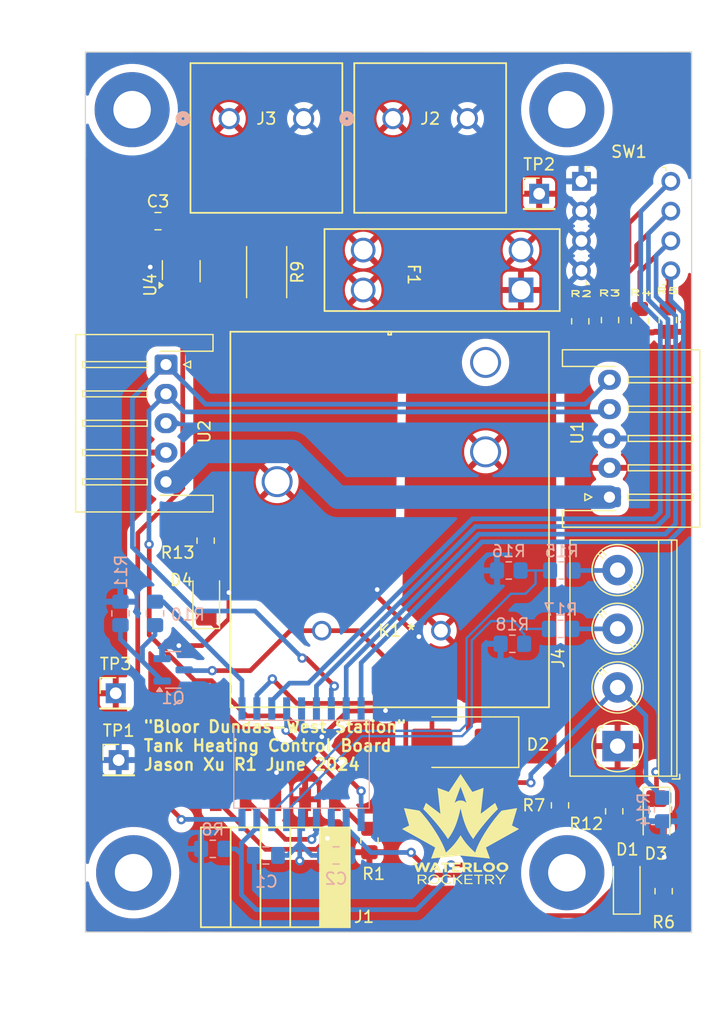
<source format=kicad_pcb>
(kicad_pcb (version 20240108) (generator "pcbnew") (generator_version "8.0")
  (title_block (title "RLCS Relay Board") (date "2023-01-19") (company "Waterloo Rocketry Team"))
  (layers (0 "F.Cu" signal) (31 "B.Cu" signal) (34 "B.Paste" user) (35 "F.Paste" user) (36 "B.SilkS" user "B.Silkscreen") (37 "F.SilkS" user "F.Silkscreen") (38 "B.Mask" user) (39 "F.Mask" user) (44 "Edge.Cuts" user))
  (net 0 "")
  (net 1 "GND")
  (net 2 "+5V")
  (net 3 "Net-(D1-K)")
  (net 4 "Net-(D1-A)")
  (net 5 "+24V")
  (net 6 "Net-(D2-A)")
  (net 7 "Net-(D3-A)")
  (net 8 "Net-(D4-A)")
  (net 9 "Net-(J2-Pin_1)")
  (net 10 "/ICSPCLK")
  (net 11 "/ICSPDAT")
  (net 12 "/~{MCLR}")
  (net 13 "Net-(J3-Pin_1)")
  (net 14 "/HEATER_VSENSE_N")
  (net 15 "/HEATER_VSENSE_P")
  (net 16 "/THERMISTOR")
  (net 17 "/PWR_OUT")
  (net 18 "Net-(Q1-G)")
  (net 19 "/DIP_1")
  (net 20 "/DIP_2")
  (net 21 "/DIP_3")
  (net 22 "/DIP_4")
  (net 23 "/24VSENSE")
  (net 24 "/PWR_CTRL")
  (net 25 "/SDA")
  (net 26 "/SCL")
  (net 27 "Net-(U1-Pad1)")
  (net 28 "/CURR_SENSE")
  (net 29 "Net-(J4-Pin_4)")
  (net 30 "Net-(J4-Pin_3)")
  (footprint "MountingHole:MountingHole_3.2mm_M3_Pad" (layer "F.Cu") (at 171.069 138.938)
    (property "Reference" "REF**" (hide yes))
    (property "Value" "MountingHole_3.2mm_M3_Pad")
  )
  (footprint "Resistor_SMD:R_0805_2012Metric_Pad1.20x1.40mm_HandSolder" (layer "F.Cu") (at 140.2588 110.6424 -90)
    (property "Reference" "R13")
    (property "Value" "2.2K")
  )
  (footprint "Resistor_SMD:R_2512_6332Metric_Pad1.40x3.35mm_HandSolder" (layer "F.Cu") (at 145.462 87.757 -90)
    (property "Reference" "R9")
    (property "Value" "0.001 1%")
  )
  (footprint "Resistor_SMD:R_0805_2012Metric_Pad1.20x1.40mm_HandSolder" (layer "F.Cu") (at 172.212 91.948 90)
    (property "Reference" "R2")
    (property "Value" "10k")
  )
  (footprint "custom:3557-10_KEY" (layer "F.Cu") (at 167.1574 89.281 180)
    (property "Reference" "F1")
    (property "Value" "30A")
  )
  (footprint "Package_TO_SOT_SMD:SOT-23-5_HandSoldering" (layer "F.Cu") (at 138.176 87.6808 90)
    (property "Reference" "U4")
    (property "Value" "INA180A1")
  )
  (footprint "LED_SMD:LED_1206_3216Metric_Pad1.42x1.75mm_HandSolder" (layer "F.Cu") (at 176.1744 140.0048 90)
    (property "Reference" "D1")
    (property "Value" "BLUE 3.2V 10mA")
  )
  (footprint "MountingHole:MountingHole_3.2mm_M3_Pad" (layer "F.Cu") (at 133.985 73.914)
    (property "Reference" "REF**" (hide yes))
    (property "Value" "MountingHole_3.2mm_M3_Pad")
  )
  (footprint "LED_SMD:LED_1206_3216Metric_Pad1.42x1.75mm_HandSolder" (layer "F.Cu") (at 140.3096 115.6716 90)
    (property "Reference" "D4")
    (property "Value" "GREEN")
  )
  (footprint "custom:DIP_SWITCH_4X2" (layer "F.Cu") (at 172.3136 80.02)
    (property "Reference" "SW1")
    (property "Value" "SW_DIP_x04")
  )
  (footprint "MountingHole:MountingHole_3.2mm_M3_Pad" (layer "F.Cu") (at 134.112 138.938)
    (property "Reference" "REF**" (hide yes))
    (property "Value" "MountingHole_3.2mm_M3_Pad")
  )
  (footprint "Resistor_SMD:R_0805_2012Metric_Pad1.20x1.40mm_HandSolder" (layer "F.Cu") (at 174.752 91.8464 90)
    (property "Reference" "R3")
    (property "Value" "10k")
  )
  (footprint "Resistor_SMD:R_0805_2012Metric_Pad1.20x1.40mm_HandSolder" (layer "F.Cu") (at 154.2288 136.1948 90)
    (property "Reference" "R1")
    (property "Value" "10K")
  )
  (footprint "Connector_JST:JST_XH_S5B-XH-A-1_1x05_P2.50mm_Horizontal" (layer "F.Cu") (at 136.8764 95.6348 -90)
    (property "Reference" "U2")
    (property "Value" "JST I2C Connector")
  )
  (footprint "Connector_JST:JST_XH_S5B-XH-A-1_1x05_P2.50mm_Horizontal" (layer "F.Cu") (at 174.7012 106.934 90)
    (property "Reference" "U1")
    (property "Value" "JST I2C Connector")
  )
  (footprint "LED_SMD:LED_1206_3216Metric_Pad1.42x1.75mm_HandSolder" (layer "F.Cu") (at 178.7144 134.112 -90)
    (property "Reference" "D3")
    (property "Value" "RED")
  )
  (footprint "custom:rocketry_logo_small" (layer "F.Cu") (at 162.0012 135.2296)
    (property "Reference" "G***" (hide yes))
    (property "Value" "LOGO" (hide yes))
  )
  (footprint "custom:Socket_Strip_Straight_1x01_Pitch2.54mm" (layer "F.Cu") (at 168.7068 81.0768)
    (property "Reference" "TP2")
    (property "Value" "TEST_1P")
  )
  (footprint "MountingHole:MountingHole_3.2mm_M3_Pad" (layer "F.Cu") (at 171.069 73.914)
    (property "Reference" "REF**" (hide yes))
    (property "Value" "MountingHole_3.2mm_M3_Pad")
  )
  (footprint "custom:Socket_Strip_Straight_1x01_Pitch2.54mm" (layer "F.Cu") (at 132.842 129.3368)
    (property "Reference" "TP1")
    (property "Value" "TEST_1P")
  )
  (footprint "Resistor_SMD:R_0805_2012Metric_Pad1.20x1.40mm_HandSolder" (layer "F.Cu") (at 179.324 140.5128 90)
    (property "Reference" "R6")
    (property "Value" "180")
  )
  (footprint "Resistor_SMD:R_0805_2012Metric_Pad1.20x1.40mm_HandSolder" (layer "F.Cu") (at 179.6796 91.8464 90)
    (property "Reference" "R5")
    (property "Value" "10k")
  )
  (footprint "Diode_SMD:D_SMB_Handsoldering" (layer "F.Cu") (at 162.2552 127.8128 180)
    (property "Reference" "D2")
    (property "Value" "STPS2L25U")
  )
  (footprint "Resistor_SMD:R_0805_2012Metric_Pad1.20x1.40mm_HandSolder" (layer "F.Cu") (at 170.4848 133.1976 -90)
    (property "Reference" "R7")
    (property "Value" "60.4K 1%")
  )
  (footprint "custom:CONN_1714955_PXC" (layer "F.Cu") (at 142.2654 74.677001)
    (property "Reference" "J3")
    (property "Value" "Power OUT to heater")
  )
  (footprint "custom:Socket_Strip_Straight_1x01_Pitch2.54mm" (layer "F.Cu") (at 132.588 123.6472)
    (property "Reference" "TP3")
    (property "Value" "TEST_1P")
  )
  (footprint "TerminalBlock_Phoenix:TerminalBlock_Phoenix_PT-1,5-4-5.0-H_1x04_P5.00mm_Horizontal" (layer "F.Cu") (at 175.395 128.15 90)
    (property "Reference" "J4")
    (property "Value" "Vsense and Thermistor")
  )
  (footprint "Resistor_SMD:R_0805_2012Metric_Pad1.20x1.40mm_HandSolder" (layer "F.Cu") (at 177.292 91.8972 90)
    (property "Reference" "R4")
    (property "Value" "10k")
  )
  (footprint "custom:CONN_1714955_PXC" (layer "F.Cu") (at 156.2354 74.677001)
    (property "Reference" "J2")
    (property "Value" "Power IN from battery")
  )
  (footprint "Capacitor_SMD:C_0805_2012Metric_Pad1.18x1.45mm_HandSolder" (layer "F.Cu") (at 136.1948 83.4136)
    (property "Reference" "C3")
    (property "Value" "0.1uF")
  )
  (footprint "custom:AZ2150_AMZ" (layer "F.Cu") (at 160.3248 118.3132)
    (property "Reference" "K1")
    (property "Value" "AZ2150-1AE-24DEF")
  )
  (footprint "Resistor_SMD:R_0805_2012Metric_Pad1.20x1.40mm_HandSolder" (layer "F.Cu") (at 175.1076 133.7056 -90)
    (property "Reference" "R12")
    (property "Value" "2.2K")
  )
  (footprint "custom:PinHeader_5x2.54_SMD_90deg_952-3198-1-ND" (layer "F.Cu") (at 151.2824 132.6805 180)
    (property "Reference" "J1")
    (property "Value" "Conn_01x05_Socket")
  )
  (footprint "Capacitor_SMD:C_0805_2012Metric_Pad1.18x1.45mm_HandSolder" (layer "B.Cu") (at 151.384 137.4648 180)
    (property "Reference" "C2")
    (property "Value" "0.1uF")
  )
  (footprint "Resistor_SMD:R_0805_2012Metric_Pad1.20x1.40mm_HandSolder" (layer "B.Cu") (at 132.9908 116.84 90)
    (property "Reference" "R11")
    (property "Value" "10K")
  )
  (footprint "Resistor_SMD:R_0805_2012Metric_Pad1.20x1.40mm_HandSolder" (layer "B.Cu") (at 135.9408 116.84 90)
    (property "Reference" "R10")
    (property "Value" "150")
  )
  (footprint "Resistor_SMD:R_0805_2012Metric_Pad1.20x1.40mm_HandSolder" (layer "B.Cu") (at 140.8684 136.906 180)
    (property "Reference" "R8")
    (property "Value" "10K 1%")
  )
  (footprint "Resistor_SMD:R_0805_2012Metric_Pad1.20x1.40mm_HandSolder" (layer "B.Cu") (at 170.6372 113.1824 180)
    (property "Reference" "R15")
    (property "Value" "60.4K 1%")
  )
  (footprint "Capacitor_SMD:C_0805_2012Metric_Pad1.18x1.45mm_HandSolder" (layer "B.Cu") (at 145.3896 137.4648 180)
    (property "Reference" "C1")
    (property "Value" "22uF")
  )
  (footprint "Package_TO_SOT_SMD:SOT-23" (layer "B.Cu") (at 137.4879 121.6508)
    (property "Reference" "Q1")
    (property "Value" "MMBF170")
  )
  (footprint "custom:PIC16F1826-ISO" (layer "B.Cu") (at 148.4376 129.6924)
    (property "Reference" "U3" (hide yes))
    (property "Value" "PIC16F1826-ISO")
  )
  (footprint "Resistor_SMD:R_0805_2012Metric_Pad1.20x1.40mm_HandSolder" (layer "B.Cu") (at 179.2732 133.5532 -90)
    (property "Reference" "R14")
    (property "Value" "TBD")
  )
  (footprint "Resistor_SMD:R_0805_2012Metric_Pad1.20x1.40mm_HandSolder" (layer "B.Cu") (at 170.5356 118.1608 180)
    (property "Reference" "R17")
    (property "Value" "60.4K 1%")
  )
  (footprint "Resistor_SMD:R_0805_2012Metric_Pad1.20x1.40mm_HandSolder" (layer "B.Cu") (at 166.4208 119.4308 180)
    (property "Reference" "R18")
    (property "Value" "10K 1%")
  )
  (footprint "Resistor_SMD:R_0805_2012Metric_Pad1.20x1.40mm_HandSolder" (layer "B.Cu") (at 166.116 113.1824 180)
    (property "Reference" "R16")
    (property "Value" "10K 1%")
  )
  (gr_line (start 130 144) (end 181.7116 144.018) (stroke (width 0.1)) (layer "Edge.Cuts"))
  (gr_line (start 130 144) (end 130 69) (stroke (width 0.1)) (layer "Edge.Cuts"))
  (gr_line (start 181.7116 144.018) (end 181.7116 68.9864) (stroke (width 0.1)) (layer "Edge.Cuts"))
  (gr_line (start 130 69) (end 181.7116 68.9864) (stroke (width 0.1)) (layer "Edge.Cuts"))
  (gr_text "{dblquote}Bloor Dundas-West Station{dblquote}\nTank Heating Control Board\nJason Xu R1 June 2024" (at 134.874 130.302 0) (layer "F.SilkS") (effects (font (size 1 1) (thickness 0.2) (bold yes)) (justify left bottom)))
  (segment (start 138.176 89.0308) (end 138.176 88.250801) (width 0.4) (layer "F.Cu") (net 1))
  (segment (start 137.9728 119.5832) (end 139.954 119.5832) (width 0.4) (layer "F.Cu") (net 1))
  (segment (start 142.24 115.062) (end 142.24 117.2972) (width 0.4) (layer "F.Cu") (net 1))
  (segment (start 146.2024 130.5052) (end 146.304 130.4036) (width 0.4) (layer "F.Cu") (net 1))
  (segment (start 141.34385 118.19335) (end 140.3096 117.1591) (width 0.4) (layer "F.Cu") (net 1))
  (segment (start 179.324 137.668) (end 179.3748 137.6172) (width 0.4) (layer "F.Cu") (net 1))
  (segment (start 135.1573 86.9481) (end 135.5344 87.3252) (width 0.4) (layer "F.Cu") (net 1))
  (segment (start 138.176 88.250801) (end 137.504399 87.5792) (width 0.4) (layer "F.Cu") (net 1))
  (segment (start 142.24 117.2972) (end 141.34385 118.19335) (width 0.4) (layer "F.Cu") (net 1))
  (segment (start 137.504399 87.5792) (end 135.7884 87.5792) (width 0.4) (layer "F.Cu") (net 1))
  (segment (start 146.177 130.5306) (end 146.304 130.4036) (width 0.4) (layer "F.Cu") (net 1))
  (segment (start 139.954 119.5832) (end 141.34385 118.19335) (width 0.4) (layer "F.Cu") (net 1))
  (segment (start 146.2024 132.6805) (end 146.2024 130.5052) (width 0.4) (layer "F.Cu") (net 1))
  (segment (start 135.7884 87.5792) (end 135.5344 87.3252) (width 0.4) (layer "F.Cu") (net 1))
  (segment (start 179.324 139.5128) (end 179.324 137.668) (width 0.4) (layer "F.Cu") (net 1))
  (segment (start 154.8892 114.808) (end 154.8892 115.3668) (width 0.4) (layer "F.Cu") (net 1))
  (segment (start 158.4452 118.8212) (end 158.4452 118.9228) (width 0.4) (layer "F.Cu") (net 1))
  (segment (start 155.6004 125.1204) (end 155.5496 125.1712) (width 0.4) (layer "F.Cu") (net 1))
  (segment (start 138.1252 89.0816) (end 138.176 89.0308) (width 0.4) (layer "F.Cu") (net 1))
  (segment (start 158.3436 118.8212) (end 158.4452 118.8212) (width 0.4) (layer "F.Cu") (net 1))
  (segment (start 158.4452 118.9228) (end 158.2928 118.7704) (width 0.4) (layer "F.Cu") (net 1))
  (segment (start 152.3492 125.1712) (end 155.6004 125.1204) (width 0.4) (layer "F.Cu") (net 1))
  (segment (start 178.7144 130.4036) (end 178.6636 130.3528) (width 0.4) (layer "F.Cu") (net 1))
  (segment (start 150.1648 127.3556) (end 152.3492 125.1712) (width 0.4) (layer "F.Cu") (net 1))
  (segment (start 178.7144 132.6245) (end 178.7144 130.4036) (width 0.4) (layer "F.Cu") (net 1))
  (segment (start 135.1573 83.4136) (end 135.1573 86.9481) (width 0.4) (layer "F.Cu") (net 1))
  (segment (start 154.8892 115.3668) (end 158.3436 118.8212) (width 0.4) (layer "F.Cu") (net 1))
  (via (at 135.5344 87.3252) (size 0.8) (drill 0.4) (layers "F.Cu" "B.Cu") (net 1))
  (via (at 179.3748 137.6172) (size 0.8) (drill 0.4) (layers "F.Cu" "B.Cu") (net 1))
  (via (at 137.9728 119.5832) (size 0.8) (drill 0.4) (layers "F.Cu" "B.Cu") (net 1))
  (via (at 146.304 130.4036) (size 0.8) (drill 0.4) (layers "F.Cu" "B.Cu") (net 1))
  (via (at 178.6636 130.3528) (size 0.8) (drill 0.4) (layers "F.Cu" "B.Cu") (net 1))
  (via (at 158.4452 118.8212) (size 0.8) (drill 0.4) (layers "F.Cu" "B.Cu") (net 1))
  (via (at 154.8892 114.808) (size 0.8) (drill 0.4) (layers "F.Cu" "B.Cu") (net 1))
  (via (at 142.24 115.062) (size 0.8) (drill 0.4) (layers "F.Cu" "B.Cu") (net 1))
  (via (at 150.1648 127.3556) (size 0.8) (drill 0.4) (layers "F.Cu" "B.Cu") (net 1))
  (via (at 155.6004 125.1204) (size 0.8) (drill 0.4) (layers "F.Cu" "B.Cu") (net 1))
  (segment (start 142.24 115.1128) (end 142.2908 115.1636) (width 0.4) (layer "B.Cu") (net 1))
  (segment (start 142.24 115.062) (end 142.24 115.1128) (width 0.4) (layer "B.Cu") (net 1))
  (via (at 148.2852 137.922) (size 0.8) (drill 0.4) (layers "F.Cu" "B.Cu") (net 2))
  (segment (start 149.3012 137.4648) (end 148.2852 136.4488) (width 0.4) (layer "B.Cu") (net 2))
  (segment (start 146.4271 137.4648) (end 147.2692 137.4648) (width 0.4) (layer "B.Cu") (net 2))
  (segment (start 150.3465 137.4648) (end 149.3012 137.4648) (width 0.4) (layer "B.Cu") (net 2))
  (segment (start 148.2852 134.5448) (end 148.4376 134.3924) (width 0.4) (layer "B.Cu") (net 2))
  (segment (start 147.2692 137.4648) (end 148.2852 136.4488) (width 0.4) (layer "B.Cu") (net 2))
  (segment (start 148.2852 136.4488) (end 148.2852 134.5448) (width 0.4) (layer "B.Cu") (net 2))
  (segment (start 148.2852 137.922) (end 148.2852 136.4488) (width 0.4) (layer "B.Cu") (net 2))
  (segment (start 179.324 141.5128) (end 176.1949 141.5128) (width 0.4) (layer "F.Cu") (net 3))
  (segment (start 176.1949 141.5128) (end 176.1744 141.4923) (width 0.4) (layer "F.Cu") (net 3))
  (segment (start 176.1744 139.0904) (end 174.498 140.7668) (width 0.4) (layer "F.Cu") (net 4))
  (segment (start 159.6644 139.1412) (end 157.7848 137.2616) (width 0.4) (layer "F.Cu") (net 4))
  (segment (start 172.6728 142.592) (end 166.722 142.592) (width 0.4) (layer "F.Cu") (net 4))
  (segment (start 176.1744 138.5173) (end 176.1744 139.0904) (width 0.4) (layer "F.Cu") (net 4))
  (segment (start 157.734 137.2108) (end 157.7848 137.2616) (width 0.4) (layer "F.Cu") (net 4))
  (segment (start 157.7848 137.2108) (end 157.734 137.2108) (width 0.4) (layer "F.Cu") (net 4))
  (segment (start 174.498 140.7668) (end 172.6728 142.592) (width 0.4) (layer "F.Cu") (net 4))
  (segment (start 166.722 142.592) (end 163.2712 139.1412) (width 0.4) (layer "F.Cu") (net 4))
  (segment (start 157.7848 137.2616) (end 157.7848 137.2108) (width 0.4) (layer "F.Cu") (net 4))
  (segment (start 163.2712 139.1412) (end 159.6644 139.1412) (width 0.4) (layer "F.Cu") (net 4))
  (via (at 157.7848 137.2108) (size 0.8) (drill 0.4) (layers "F.Cu" "B.Cu") (net 4))
  (segment (start 154.366 137.2108) (end 152.2476 135.0924) (width 0.4) (layer "B.Cu") (net 4))
  (segment (start 152.2476 135.0924) (end 152.2476 134.3924) (width 0.4) (layer "B.Cu") (net 4))
  (segment (start 157.7848 137.2108) (end 154.366 137.2108) (width 0.4) (layer "B.Cu") (net 4))
  (segment (start 170.9928 130.9624) (end 171.2468 131.2164) (width 0.4) (layer "F.Cu") (net 5))
  (segment (start 170.4848 132.1976) (end 170.4848 131.9784) (width 0.4) (layer "F.Cu") (net 5))
  (segment (start 172.736 132.7056) (end 171.2468 131.2164) (width 0.4) (layer "F.Cu") (net 5))
  (segment (start 169.0624 128.9812) (end 170.9928 130.9116) (width 0.4) (layer "F.Cu") (net 5))
  (segment (start 170.4848 131.9784) (end 171.2468 131.2164) (width 0.4) (layer "F.Cu") (net 5))
  (segment (start 170.9928 130.9116) (end 170.9928 130.9624) (width 0.4) (layer "F.Cu") (net 5))
  (segment (start 175.1076 132.7056) (end 172.736 132.7056) (width 0.4) (layer "F.Cu") (net 5))
  (segment (start 159.5552 127.8128) (end 159.5628 127.8052) (width 0.4) (layer "F.Cu") (net 6))
  (segment (start 159.5628 127.8052) (end 159.5628 124.6124) (width 0.4) (layer "F.Cu") (net 6))
  (segment (start 153.2636 118.3132) (end 150.1648 118.3132) (width 0.4) (layer "F.Cu") (net 6))
  (segment (start 144.0688 121.7168) (end 147.4724 118.3132) (width 0.4) (layer "F.Cu") (net 6))
  (segment (start 140.8176 121.7168) (end 144.0688 121.7168) (width 0.4) (layer "F.Cu") (net 6))
  (segment (start 159.5628 124.6124) (end 153.2636 118.3132) (width 0.4) (layer "F.Cu") (net 6))
  (segment (start 147.4724 118.3132) (end 150.1648 118.3132) (width 0.4) (layer "F.Cu") (net 6))
  (via (at 140.8176 121.7168) (size 0.8) (drill 0.4) (layers "F.Cu" "B.Cu") (net 6))
  (segment (start 140.7668 121.666) (end 140.8176 121.7168) (width 0.4) (layer "B.Cu") (net 6))
  (segment (start 140.8176 121.7168) (end 138.4914 121.7168) (width 0.4) (layer "B.Cu") (net 6))
  (segment (start 138.4914 121.7168) (end 138.4254 121.6508) (width 0.4) (layer "B.Cu") (net 6))
  (segment (start 177.8205 134.7056) (end 178.7144 135.5995) (width 0.4) (layer "F.Cu") (net 7))
  (segment (start 175.1076 134.7056) (end 177.8205 134.7056) (width 0.4) (layer "F.Cu") (net 7))
  (segment (start 140.2588 114.1333) (end 140.3096 114.1841) (width 0.4) (layer "F.Cu") (net 8))
  (segment (start 140.2588 111.6424) (end 140.2588 114.1333) (width 0.4) (layer "F.Cu") (net 8))
  (segment (start 145.3637 136.9472) (end 142.7084 134.2919) (width 0.4) (layer "F.Cu") (net 10))
  (segment (start 142.7084 134.2919) (end 142.7084 134.2665) (width 0.4) (layer "F.Cu") (net 10))
  (segment (start 149.7172 136.9472) (end 150.6474 136.017) (width 0.4) (layer "F.Cu") (net 10))
  (segment (start 142.7084 134.2665) (end 141.1224 132.6805) (width 0.4) (layer "F.Cu") (net 10))
  (segment (start 149.7172 136.9472) (end 145.3637 136.9472) (width 0.4) (layer "F.Cu") (net 10))
  (via (at 150.6474 136.017) (size 0.8) (drill 0.4) (layers "F.Cu" "B.Cu") (net 10))
  (segment (start 150.9776 135.6868) (end 150.6474 136.017) (width 0.4) (layer "B.Cu") (net 10))
  (segment (start 150.9776 134.3924) (end 150.9776 135.6868) (width 0.4) (layer "B.Cu") (net 10))
  (segment (start 149.3012 136.0932) (end 147.32 136.0932) (width 0.4) (layer "F.Cu") (net 11))
  (segment (start 147.32 136.0932) (end 147.0751 136.0932) (width 0.4) (layer "F.Cu") (net 11))
  (segment (start 147.32 136.0932) (end 147.0497 136.0932) (width 0.4) (layer "F.Cu") (net 11))
  (segment (start 147.0751 136.0932) (end 143.6624 132.6805) (width 0.4) (layer "F.Cu") (net 11))
  (via (at 149.3012 136.0932) (size 0.8) (drill 0.4) (layers "F.Cu" "B.Cu") (net 11))
  (segment (start 149.3012 136.0932) (end 149.1996 136.0932) (width 0.4) (layer "B.Cu") (net 11))
  (segment (start 149.3012 135.9916) (end 149.3012 136.0932) (width 0.4) (layer "B.Cu") (net 11))
  (segment (start 149.7076 134.3924) (end 149.7076 135.5852) (width 0.4) (layer "B.Cu") (net 11))
  (segment (start 149.1996 136.0932) (end 149.2504 136.0424) (width 0.4) (layer "B.Cu") (net 11))
  (segment (start 149.7076 135.5852) (end 149.3012 135.9916) (width 0.4) (layer "B.Cu") (net 11))
  (segment (start 154.2288 135.1948) (end 153.7967 135.1948) (width 0.4) (layer "F.Cu") (net 12))
  (segment (start 151.2824 130.9624) (end 151.2824 132.6805) (width 0.4) (layer "F.Cu") (net 12))
  (segment (start 147.1168 126.7968) (end 151.2824 130.9624) (width 0.4) (layer "F.Cu") (net 12))
  (segment (start 153.7967 135.1948) (end 151.2824 132.6805) (width 0.4) (layer "F.Cu") (net 12))
  (via (at 147.1168 126.7968) (size 0.8) (drill 0.4) (layers "F.Cu" "B.Cu") (net 12))
  (segment (start 147.1676 126.746) (end 147.1168 126.7968) (width 0.4) (layer "B.Cu") (net 12))
  (segment (start 147.1676 126.8476) (end 147.1676 126.8984) (width 0.4) (layer "B.Cu") (net 12))
  (segment (start 147.1676 124.9924) (end 147.1676 126.746) (width 0.4) (layer "B.Cu") (net 12))
  (segment (start 147.1168 126.7968) (end 147.1676 126.8476) (width 0.4) (layer "B.Cu") (net 12))
  (segment (start 167.4208 118.602) (end 167.1828 118.364) (width 0.2) (layer "B.Cu") (net 14))
  (segment (start 169.4848 118.2116) (end 169.5356 118.1608) (width 0.2) (layer "B.Cu") (net 14))
  (segment (start 162.9592 126.475196) (end 162.9592 119.140484) (width 0.2) (layer "B.Cu") (net 14))
  (segment (start 166.5224 117.5004) (end 167.1574 118.1354) (width 0.2) (layer "B.Cu") (net 14))
  (segment (start 164.599284 117.5004) (end 166.5224 117.5004) (width 0.2) (layer "B.Cu") (net 14))
  (segment (start 169.5356 118.1608) (end 167.1828 118.1608) (width 0.2) (layer "B.Cu") (net 14))
  (segment (start 167.1828 118.1608) (end 167.1574 118.1354) (width 0.2) (layer "B.Cu") (net 14))
  (segment (start 153.5552 127.3048) (end 162.129596 127.3048) (width 0.2) (layer "B.Cu") (net 14))
  (segment (start 162.129596 127.3048) (end 162.9592 126.475196) (width 0.2) (layer "B.Cu") (net 14))
  (segment (start 147.1676 134.3924) (end 147.1676 133.6924) (width 0.2) (layer "B.Cu") (net 14))
  (segment (start 167.4208 118.602) (end 167.4208 119.4308) (width 0.2) (layer "B.Cu") (net 14))
  (segment (start 167.1828 118.364) (end 167.1828 118.1608) (width 0.2) (layer "B.Cu") (net 14))
  (segment (start 147.1676 133.6924) (end 153.5552 127.3048) (width 0.2) (layer "B.Cu") (net 14))
  (segment (start 162.9592 119.140484) (end 164.599284 117.5004) (width 0.2) (layer "B.Cu") (net 14))
  (segment (start 169.6372 113.1824) (end 168.402 113.1824) (width 0.2) (layer "B.Cu") (net 15))
  (segment (start 145.8976 133.8072) (end 145.8976 134.3924) (width 0.2) (layer "B.Cu") (net 15))
  (segment (start 166.299688 115.1636) (end 162.5092 118.954088) (width 0.2) (layer "B.Cu") (net 15))
  (segment (start 161.9504 126.8476) (end 152.8572 126.8476) (width 0.2) (layer "B.Cu") (net 15))
  (segment (start 168.402 114.3) (end 167.5384 115.1636) (width 0.2) (layer "B.Cu") (net 15))
  (segment (start 168.402 113.1824) (end 167.116 113.1824) (width 0.2) (layer "B.Cu") (net 15))
  (segment (start 167.5384 115.1636) (end 166.299688 115.1636) (width 0.2) (layer "B.Cu") (net 15))
  (segment (start 162.5092 118.954088) (end 162.5092 126.2888) (width 0.2) (layer "B.Cu") (net 15))
  (segment (start 152.8572 126.8476) (end 145.8976 133.8072) (width 0.2) (layer "B.Cu") (net 15))
  (segment (start 162.5092 126.2888) (end 161.9504 126.8476) (width 0.2) (layer "B.Cu") (net 15))
  (segment (start 168.402 113.1824) (end 168.402 114.3) (width 0.2) (layer "B.Cu") (net 15))
  (segment (start 145.8976 134.3924) (end 145.8976 133.6924) (width 0.2) (layer "B.Cu") (net 15))
  (segment (start 167.9956 131.2672) (end 168.0464 131.1656) (width 0.4) (layer "F.Cu") (net 16))
  (segment (start 155.954139 124.2664) (end 157.3276 125.639861) (width 0.4) (layer "F.Cu") (net 16))
  (segment (start 154.8796 124.2664) (end 155.954139 124.2664) (width 0.4) (layer "F.Cu") (net 16))
  (segment (start 157.3276 125.639861) (end 157.3276 129.032) (width 0.4) (layer "F.Cu") (net 16))
  (segment (start 148.029757 124.509357) (end 152.846045 124.509357) (width 0.4) (layer "F.Cu") (net 16))
  (segment (start 152.846045 124.509357) (end 154.665065 124.480935) (width 0.4) (layer "F.Cu") (net 16))
  (segment (start 154.665065 124.480935) (end 154.8796 124.2664) (width 0.4) (layer "F.Cu") (net 16))
  (segment (start 145.9484 122.428) (end 148.029757 124.509357) (width 0.4) (layer "F.Cu") (net 16))
  (segment (start 157.3276 129.032) (end 159.4612 131.1656) (width 0.4) (layer "F.Cu") (net 16))
  (segment (start 159.4612 131.1656) (end 167.9956 131.2672) (width 0.4) (layer "F.Cu") (net 16))
  (via (at 145.9484 122.428) (size 0.8) (drill 0.4) (layers "F.Cu" "B.Cu") (net 16))
  (via (at 167.9956 131.2672) (size 0.8) (drill 0.4) (layers "F.Cu" "B.Cu") (net 16))
  (segment (start 145.9484 122.4788) (end 145.9484 122.428) (width 0.4) (layer "B.Cu") (net 16))
  (segment (start 167.9956 130.5494) (end 175.395 123.15) (width 0.4) (layer "B.Cu") (net 16))
  (segment (start 167.9956 131.2672) (end 167.9956 130.5494) (width 0.4) (layer "B.Cu") (net 16))
  (segment (start 177.8096 131.0896) (end 177.8096 125.5646) (width 0.4) (layer "B.Cu") (net 16))
  (segment (start 144.6276 123.7996) (end 145.9484 122.4788) (width 0.4) (layer "B.Cu") (net 16))
  (segment (start 144.6276 124.9924) (end 144.6276 123.7996) (width 0.4) (layer "B.Cu") (net 16))
  (segment (start 145.9992 122.428) (end 145.8976 122.5296) (width 0.4) (layer "B.Cu") (net 16))
  (segment (start 179.2732 132.5532) (end 177.8096 131.0896) (width 0.4) (layer "B.Cu") (net 16))
  (segment (start 177.8096 125.5646) (end 175.395 123.15) (width 0.4) (layer "B.Cu") (net 16))
  (segment (start 145.9484 122.428) (end 145.9992 122.428) (width 0.4) (layer "B.Cu") (net 16))
  (segment (start 136.5504 122.6008) (end 134.874 120.9244) (width 0.4) (layer "B.Cu") (net 18))
  (segment (start 134.874 119.7356) (end 135.9408 118.6688) (width 0.4) (layer "B.Cu") (net 18))
  (segment (start 136.5504 122.6008) (end 132.9908 119.0412) (width 0.4) (layer "B.Cu") (net 18))
  (segment (start 132.9908 119.0412) (end 132.9908 117.84) (width 0.4) (layer "B.Cu") (net 18))
  (segment (start 135.9408 118.6688) (end 135.9408 117.84) (width 0.4) (layer "B.Cu") (net 18))
  (segment (start 134.874 120.9244) (end 134.874 119.7356) (width 0.4) (layer "B.Cu") (net 18))
  (segment (start 172.212 90.948) (end 176.367104 86.792896) (width 0.4) (layer "F.Cu") (net 19))
  (segment (start 176.367104 86.792896) (end 176.367104 83.586496) (width 0.4) (layer "F.Cu") (net 19))
  (segment (start 176.367104 83.586496) (end 179.9336 80.02) (width 0.4) (layer "F.Cu") (net 19))
  (segment (start 179.0384 108.225104) (end 179.0384 92.049488) (width 0.4) (layer "B.Cu") (net 19))
  (segment (start 145.8976 124.2924) (end 147.4064 122.7836) (width 0.4) (layer "B.Cu") (net 19))
  (segment (start 147.4064 122.7836) (end 149.015712 122.7836) (width 0.4) (layer "B.Cu") (net 19))
  (segment (start 177.3716 90.382688) (end 177.3716 82.582) (width 0.4) (layer "B.Cu") (net 19))
  (segment (start 179.0384 92.049488) (end 177.3716 90.382688) (width 0.4) (layer "B.Cu") (net 19))
  (segment (start 149.015712 122.7836) (end 163.017312 108.782) (width 0.4) (layer "B.Cu") (net 19))
  (segment (start 163.017312 108.782) (end 178.481504 108.782) (width 0.4) (layer "B.Cu") (net 19))
  (segment (start 177.3716 82.582) (end 179.9336 80.02) (width 0.4) (layer "B.Cu") (net 19))
  (segment (start 145.8976 124.9924) (end 145.8976 124.2924) (width 0.4) (layer "B.Cu") (net 19))
  (segment (start 178.481504 108.782) (end 179.0384 108.225104) (width 0.4) (layer "B.Cu") (net 19))
  (segment (start 174.752 90.8464) (end 174.752 89.356704) (width 0.4) (layer "F.Cu") (net 20))
  (segment (start 177.021104 87.0876) (end 177.021104 85.472496) (width 0.4) (layer "F.Cu") (net 20))
  (segment (start 174.752 89.356704) (end 177.021104 87.0876) (width 0.4) (layer "F.Cu") (net 20))
  (segment (start 177.021104 85.472496) (end 179.9336 82.56) (width 0.4) (layer "F.Cu") (net 20))
  (segment (start 149.7076 123.016608) (end 163.288208 109.436) (width 0.4) (layer "B.Cu") (net 20))
  (segment (start 163.288208 109.436) (end 178.7524 109.436) (width 0.4) (layer "B.Cu") (net 20))
  (segment (start 178.0256 90.111792) (end 178.0256 84.468) (width 0.4) (layer "B.Cu") (net 20))
  (segment (start 178.0256 84.468) (end 179.9336 82.56) (width 0.4) (layer "B.Cu") (net 20))
  (segment (start 149.7076 124.9924) (end 149.7076 123.016608) (width 0.4) (layer "B.Cu") (net 20))
  (segment (start 179.6924 91.778592) (end 178.0256 90.111792) (width 0.4) (layer "B.Cu") (net 20))
  (segment (start 179.6924 108.496) (end 179.6924 91.778592) (width 0.4) (layer "B.Cu") (net 20))
  (segment (start 178.7524 109.436) (end 179.6924 108.496) (width 0.4) (layer "B.Cu") (net 20))
  (segment (start 177.292 87.7416) (end 179.9336 85.1) (width 0.4) (layer "F.Cu") (net 21))
  (segment (start 177.292 90.8972) (end 177.292 87.7416) (width 0.4) (layer "F.Cu") (net 21))
  (segment (start 180.3464 91.507696) (end 178.6796 89.840896) (width 0.4) (layer "B.Cu") (net 21))
  (segment (start 152.2476 121.401504) (end 163.559104 110.09) (width 0.4) (layer "B.Cu") (net 21))
  (segment (start 178.6796 86.354) (end 179.9336 85.1) (width 0.4) (layer "B.Cu") (net 21))
  (segment (start 180.3464 109.203104) (end 180.3464 91.507696) (width 0.4) (layer "B.Cu") (net 21))
  (segment (start 179.459504 110.09) (end 180.3464 109.203104) (width 0.4) (layer "B.Cu") (net 21))
  (segment (start 152.2476 124.9924) (end 152.2476 121.401504) (width 0.4) (layer "B.Cu") (net 21))
  (segment (start 178.6796 89.840896) (end 178.6796 86.354) (width 0.4) (layer "B.Cu") (net 21))
  (segment (start 163.559104 110.09) (end 179.459504 110.09) (width 0.4) (layer "B.Cu") (net 21))
  (segment (start 179.6796 90.8464) (end 179.6796 87.894) (width 0.4) (layer "F.Cu") (net 22))
  (segment (start 179.6796 87.894) (end 179.9336 87.64) (width 0.4) (layer "F.Cu") (net 22))
  (segment (start 179.7304 110.744) (end 181.0004 109.474) (width 0.4) (layer "B.Cu") (net 22))
  (segment (start 153.5176 121.0564) (end 163.83 110.744) (width 0.4) (layer "B.Cu") (net 22))
  (segment (start 153.5176 124.9924) (end 153.5176 121.0564) (width 0.4) (layer "B.Cu") (net 22))
  (segment (start 163.83 110.744) (end 179.7304 110.744) (width 0.4) (layer "B.Cu") (net 22))
  (segment (start 181.0004 109.474) (end 181.0004 91.2368) (width 0.4) (layer "B.Cu") (net 22))
  (segment (start 181.0004 91.2368) (end 179.9336 90.17) (width 0.4) (layer "B.Cu") (net 22))
  (segment (start 179.9336 90.17) (end 179.9336 87.64) (width 0.4) (layer "B.Cu") (net 22))
  (segment (start 161.1884 138.2776) (end 161.0868 138.2776) (width 0.4) (layer "F.Cu") (net 23))
  (segment (start 165.2016 138.2776) (end 161.1884 138.2776) (width 0.4) (layer "F.Cu") (net 23))
  (segment (start 170.4848 134.1976) (end 169.2816 134.1976) (width 0.4) (layer "F.Cu") (net 23))
  (segment (start 165.608 137.8712) (end 165.2016 138.2776) (width 0.4) (layer "F.Cu") (net 23))
  (segment (start 169.2816 134.1976) (end 165.608 137.8712) (width 0.4) (layer "F.Cu") (net 23))
  (via (at 161.1884 138.2776) (size 0.8) (drill 0.4) (layers "F.Cu" "B.Cu") (net 23))
  (segment (start 160.69 139.6396) (end 158.242 142.0876) (width 0.4) (layer "B.Cu") (net 23))
  (segment (start 160.69 138.776) (end 160.69 139.6396) (width 0.4) (layer "B.Cu") (net 23))
  (segment (start 141.8684 136.906) (end 142.8534 136.906) (width 0.4) (layer "B.Cu") (net 23))
  (segment (start 142.8534 136.906) (end 143.3106 137.3632) (width 0.4) (layer "B.Cu") (net 23))
  (segment (start 144.6276 135.0924) (end 143.3106 136.4094) (width 0.4) (layer "B.Cu") (net 23))
  (segment (start 143.3106 140.8214) (end 144.5768 142.0876) (width 0.4) (layer "B.Cu") (net 23))
  (segment (start 143.3106 137.3632) (end 143.3106 140.8214) (width 0.4) (layer "B.Cu") (net 23))
  (segment (start 144.6276 135.1708) (end 144.6276 134.3924) (width 0.4) (layer "B.Cu") (net 23))
  (segment (start 143.3106 136.4094) (end 143.3106 137.3632) (width 0.4) (layer "B.Cu") (net 23))
  (segment (start 158.242 142.0876) (end 144.5768 142.0876) (width 0.4) (layer "B.Cu") (net 23))
  (segment (start 144.6276 134.3924) (end 144.6276 135.0924) (width 0.4) (layer "B.Cu") (net 23))
  (segment (start 161.1884 138.2776) (end 160.69 138.776) (width 0.4) (layer "B.Cu") (net 23))
  (segment (start 135.9408 115.84) (end 136.6408 115.84) (width 0.4) (layer "B.Cu") (net 24))
  (segment (start 143.3576 122.5568) (end 143.3576 124.9924) (width 0.4) (layer "B.Cu") (net 24))
  (segment (start 136.6408 115.84) (end 143.3576 122.5568) (width 0.4) (layer "B.Cu") (net 24))
  (segment (start 148.4884 120.65) (end 148.5392 120.65) (width 0.4) (layer "F.Cu") (net 25))
  (segment (start 148.844 120.65) (end 148.4884 120.65) (width 0.4) (layer "F.Cu") (net 25))
  (segment (start 151.2316 123.0376) (end 148.844 120.65) (width 0.4) (layer "F.Cu") (net 25))
  (via (at 148.4884 120.65) (size 0.8) (drill 0.4) (layers "F.Cu" "B.Cu") (net 25))
  (via (at 151.2316 123.0376) (size 0.8) (drill 0.4) (layers "F.Cu" "B.Cu") (net 25))
  (segment (start 150.9776 124.9924) (end 150.9776 124.2924) (width 0.4) (layer "B.Cu") (net 25))
  (segment (start 140.2572 99.0156) (end 172.6196 99.0156) (width 0.4) (layer "B.Cu") (net 25))
  (segment (start 134.0104 98.5008) (end 134.0104 111.2012) (width 0.4) (layer "B.Cu") (net 25))
  (segment (start 136.8764 95.6348) (end 134.0104 98.5008) (width 0.4) (layer "B.Cu") (net 25))
  (segment (start 172.6196 99.0156) (end 174.7012 96.934) (width 0.4) (layer "B.Cu") (net 25))
  (segment (start 136.8764 95.6348) (end 140.2572 99.0156) (width 0.4) (layer "B.Cu") (net 25))
  (segment (start 150.9776 123.2916) (end 150.9776 124.9924) (width 0.4) (layer "B.Cu") (net 25))
  (segment (start 139.446 116.6368) (end 144.4752 116.6368) (width 0.4) (layer "B.Cu") (net 25))
  (segment (start 151.2316 123.0376) (end 150.9776 123.2916) (width 0.4) (layer "B.Cu") (net 25))
  (segment (start 134.0104 111.2012) (end 139.446 116.6368) (width 0.4) (layer "B.Cu") (net 25))
  (segment (start 144.4752 116.6368) (end 148.4884 120.65) (width 0.4) (layer "B.Cu") (net 25))
  (segment (start 135.4474 118.6834) (end 135.4474 110.9618) (width 0.4) (layer "F.Cu") (net 26))
  (segment (start 135.4474 110.9618) (end 135.4328 110.9472) (width 0.4) (layer "F.Cu") (net 26))
  (segment (start 140.7572 122.5708) (end 139.3348 122.5708) (width 0.4) (layer "F.Cu") (net 26))
  (segment (start 139.3348 122.5708) (end 135.4474 118.6834) (width 0.4) (layer "F.Cu") (net 26))
  (segment (start 143.764 125.5776) (end 140.7572 122.5708) (width 0.4) (layer "F.Cu") (net 26))
  (segment (start 147.1168 125.5776) (end 143.764 125.5776) (width 0.4) (layer "F.Cu") (net 26))
  (segment (start 153.5176 131.9784) (end 147.1168 125.5776) (width 0.4) (layer "F.Cu") (net 26))
  (via (at 153.5176 131.9784) (size 0.8) (drill 0.4) (layers "F.Cu" "B.Cu") (net 26))
  (via (at 135.4328 110.9472) (size 0.8) (drill 0.4) (layers "F.Cu" "B.Cu") (net 26))
  (segment (start 135.4328 110.9472) (end 135.4224 110.9368) (width 0.4) (layer "B.Cu") (net 26))
  (segment (start 135.4224 110.9368) (end 135.4224 99.5888) (width 0.4) (layer "B.Cu") (net 26))
  (segment (start 138.4112 99.6696) (end 136.8764 98.1348) (width 0.4) (layer "B.Cu") (net 26))
  (segment (start 135.4224 99.5888) (end 136.8764 98.1348) (width 0.4) (layer "B.Cu") (net 26))
  (segment (start 174.4656 99.6696) (end 174.7012 99.434) (width 0.4) (layer "B.Cu") (net 26))
  (segment (start 138.4112 99.6696) (end 174.4656 99.6696) (width 0.4) (layer "B.Cu") (net 26))
  (segment (start 153.5176 134.3924) (end 153.5176 131.9784) (width 0.4) (layer "B.Cu") (net 26))
  (segment (start 136.8764 105.6348) (end 137.494 105.6348) (width 2) (layer "B.Cu") (net 27))
  (segment (start 137.494 105.6348) (end 140.0904 103.0384) (width 2) (layer "B.Cu") (net 27))
  (segment (start 151.5364 106.934) (end 174.7012 106.934) (width 2) (layer "B.Cu") (net 27))
  (segment (start 140.0904 103.0384) (end 147.6408 103.0384) (width 2) (layer "B.Cu") (net 27))
  (segment (start 147.6408 103.0384) (end 151.5364 106.934) (width 2) (layer "B.Cu") (net 27))
  (segment (start 137.226 89.737166) (end 137.226 89.0308) (width 0.4) (layer "F.Cu") (net 28))
  (segment (start 138.3054 106.174934) (end 138.3054 90.816566) (width 0.4) (layer "F.Cu") (net 28))
  (segment (start 134.4676 110.012734) (end 138.3054 106.174934) (width 0.4) (layer "F.Cu") (net 28))
  (segment (start 138.176 134.366) (end 138.176 134.4168) (width 0.4) (layer "F.Cu") (net 28))
  (segment (start 138.176 134.4168) (end 138.2268 134.4168) (width 0.4) (layer "F.Cu") (net 28))
  (segment (start 134.4676 130.6576) (end 134.4676 110.012734) (width 0.4) (layer "F.Cu") (net 28))
  (segment (start 138.3054 90.816566) (end 137.226 89.737166) (width 0.4) (layer "F.Cu") (net 28))
  (segment (start 138.176 134.366) (end 134.4676 130.6576) (width 0.4) (layer "F.Cu") (net 28))
  (segment (start 138.2268 134.4168) (end 138.176 134.366) (width 0.4) (layer "F.Cu") (net 28))
  (via (at 138.176 134.4168) (size 0.8) (drill 0.4) (layers "F.Cu" "B.Cu") (net 28))
  (segment (start 143.3576 134.3924) (end 138.2004 134.3924) (width 0.4) (layer "B.Cu") (net 28))
  (segment (start 138.2004 134.3924) (end 138.176 134.4168) (width 0.4) (layer "B.Cu") (net 28))
  (segment (start 175.3626 113.1824) (end 175.395 113.15) (width 0.4) (layer "B.Cu") (net 29))
  (segment (start 171.6372 113.1824) (end 175.3626 113.1824) (width 0.4) (layer "B.Cu") (net 29))
  (segment (start 171.5356 118.1608) (end 175.3842 118.1608) (width 0.4) (layer "B.Cu") (net 30))
  (segment (start 175.3842 118.1608) (end 175.395 118.15) (width 0.4) (layer "B.Cu") (net 30))
  (zone (net 13) (net_name "Net-(J3-Pin_1)") (layer "F.Cu") (priority 5) (connect_pads (clearance 0.7)) (min_thickness 0.254) (fill yes (thermal_gap 0.508) (thermal_bridge_width 0.508))
    (polygon (pts (xy 138.4808 87.1728) (xy 150.9268 87.3252) (xy 150.9268 71.0184) (xy 138.5316 71.2216)))
  )
  (zone (net 17) (net_name "/PWR_OUT") (layer "F.Cu") (priority 2) (connect_pads (clearance 0.7)) (min_thickness 0.254) (fill yes (thermal_gap 0.508) (thermal_bridge_width 0.508))
    (polygon (pts (xy 138.684 87.6808) (xy 150.4696 87.6808) (xy 150.5204 93.2688) (xy 156.718 93.1672) (xy 156.464 110.744) (xy 138.5316 110.8964)))
  )
  (zone (net 2) (net_name "+5V") (layer "F.Cu") (priority 3) (connect_pads (clearance 0.7)) (min_thickness 0.254) (fill yes (thermal_gap 0.508) (thermal_bridge_width 0.508))
    (polygon (pts (xy 170.8404 78.5368) (xy 183.5404 78.486) (xy 183.642 147.0152) (xy 128.3208 147.2184) (xy 128.4224 77.8764) (xy 138.176 77.978) (xy 138.2268 111.2012) (xy 156.3624 111.0996) (xy 156.3116 124.5616) (xy 161.7472 124.8664) (xy 161.7472 130.2512) (xy 170.8912 130.302)))
  )
  (zone (net 9) (net_name "Net-(J2-Pin_1)") (layer "F.Cu") (priority 1) (connect_pads (clearance 0.7)) (min_thickness 0.254) (fill yes (thermal_gap 0.508) (thermal_bridge_width 0.508))
    (polygon (pts (xy 154.94 71.4756) (xy 159.7152 71.2216) (xy 159.9184 77.3684) (xy 159.8168 92.5068) (xy 151.1808 92.202) (xy 151.2316 83.0072) (xy 151.384 71.2216) (xy 155.4988 71.374)))
  )
  (zone (net 5) (net_name "+24V") (layer "F.Cu") (connect_pads (clearance 0.7)) (min_thickness 0.254) (fill yes (thermal_gap 0.508) (thermal_bridge_width 0.508))
    (polygon (pts (xy 160.6296 93.472) (xy 160.6296 78.4352) (xy 170.5356 78.3844) (xy 170.434 129.6416) (xy 162.4584 129.5908) (xy 162.4584 124.46) (xy 156.6164 124.0028) (xy 157.3276 93.4212)))
  )
  (zone (net 1) (net_name "GND") (layer "B.Cu") (priority 4) (connect_pads (clearance 0.7)) (min_thickness 0.254) (fill yes (thermal_gap 0.508) (thermal_bridge_width 0.508))
    (polygon (pts (xy 125.8824 65.024) (xy 184.658 64.5668) (xy 184.5564 151.8412) (xy 124.5108 151.8412) (xy 125.8316 64.9732) (xy 125.8316 64.9224)))
  )
)
</source>
